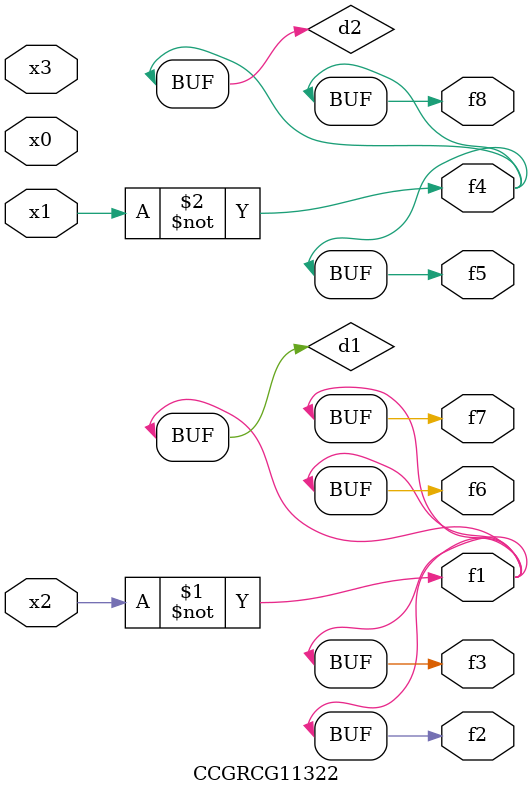
<source format=v>
module CCGRCG11322(
	input x0, x1, x2, x3,
	output f1, f2, f3, f4, f5, f6, f7, f8
);

	wire d1, d2;

	xnor (d1, x2);
	not (d2, x1);
	assign f1 = d1;
	assign f2 = d1;
	assign f3 = d1;
	assign f4 = d2;
	assign f5 = d2;
	assign f6 = d1;
	assign f7 = d1;
	assign f8 = d2;
endmodule

</source>
